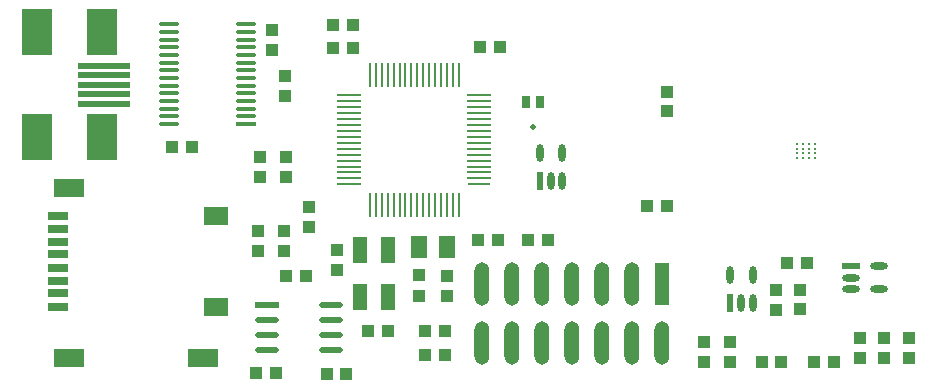
<source format=gtp>
%FSTAX23Y23*%
%MOIN*%
%SFA1B1*%

%IPPOS*%
%ADD11R,0.039370X0.043307*%
%ADD12O,0.023622X0.059055*%
%ADD13R,0.023622X0.059055*%
%ADD14R,0.043307X0.039370*%
%ADD15O,0.050000X0.144882*%
%ADD16R,0.050000X0.144882*%
%ADD17R,0.078740X0.021654*%
%ADD18O,0.078740X0.021654*%
%ADD19R,0.177165X0.019685*%
%ADD20R,0.098425X0.157480*%
%ADD21R,0.026772X0.039370*%
%ADD22C,0.020000*%
%ADD23O,0.059055X0.023622*%
%ADD24R,0.059055X0.023622*%
%ADD25C,0.007874*%
%ADD26R,0.008661X0.078740*%
%ADD27R,0.078740X0.008661*%
%ADD28O,0.078740X0.008661*%
%ADD29R,0.055118X0.074803*%
%ADD30R,0.047244X0.090551*%
%ADD31R,0.066929X0.011811*%
%ADD32O,0.066929X0.011811*%
%ADD33R,0.078740X0.059055*%
%ADD34R,0.098425X0.059055*%
%ADD35R,0.068898X0.031496*%
%LNmsp_mcu-1*%
%LPD*%
G54D11*
X02777Y02329D03*
Y02262D03*
X02693Y02181D03*
Y02248D03*
X02607Y0218D03*
Y02247D03*
X02654Y02919D03*
Y02852D03*
X02697Y02697D03*
Y02764D03*
X04414Y01987D03*
Y02053D03*
X04335Y01985D03*
Y02052D03*
X0418Y01879D03*
Y01812D03*
X04095Y01879D03*
Y01812D03*
X02614Y02495D03*
Y02429D03*
X03972Y02713D03*
Y02647D03*
X04777Y01892D03*
Y01825D03*
X04695Y01892D03*
Y01826D03*
X04614Y01892D03*
Y01825D03*
X0287Y02184D03*
Y02117D03*
X03237Y02099D03*
Y02032D03*
X03145Y021D03*
Y02033D03*
X027Y02495D03*
Y02429D03*
G54D12*
X04256Y02102D03*
X04181D03*
X04256Y02007D03*
X04219D03*
X0362Y02509D03*
X03546D03*
X0362Y02414D03*
X03583D03*
G54D13*
X04181Y02007D03*
X03546Y02414D03*
G54D14*
X03575Y02219D03*
X03509D03*
X0323Y01835D03*
X03164D03*
X02769Y02099D03*
X02702D03*
X03407Y02217D03*
X0334D03*
X0232Y02527D03*
X02387D03*
X04372Y02142D03*
X04439D03*
X03905Y0233D03*
X03972D03*
X0323Y01915D03*
X03163D03*
X0446Y0181D03*
X04526D03*
X04352Y0181D03*
X04286D03*
X03347Y02862D03*
X03413D03*
X0304Y01915D03*
X02974D03*
X02857Y02857D03*
X02924D03*
X02857Y02935D03*
X02924D03*
X02667Y01774D03*
X026D03*
X02902Y01772D03*
X02836D03*
G54D15*
X03355Y01875D03*
X03455D03*
X03355Y0207D03*
X03555D03*
X03455D03*
X03555Y01875D03*
X03655D03*
X03755D03*
X03855D03*
X03955D03*
X03655Y0207D03*
X03755D03*
X03855D03*
G54D16*
X03955Y0207D03*
G54D17*
X02639Y02D03*
G54D18*
X02639Y0195D03*
Y019D03*
Y0185D03*
X02852Y02D03*
Y0195D03*
Y019D03*
Y0185D03*
G54D19*
X02095Y02798D03*
Y02767D03*
Y02672D03*
Y02704D03*
Y02735D03*
G54D20*
X02086Y0291D03*
X01871D03*
X02086Y0256D03*
X01871D03*
G54D21*
X03549Y02679D03*
X035D03*
G54D22*
X03525Y02594D03*
G54D23*
X04677Y02055D03*
Y0213D03*
X04583Y02055D03*
Y02093D03*
G54D24*
X04583Y0213D03*
G54D25*
X04404Y02539D03*
Y02523D03*
Y02507D03*
Y02492D03*
X04424Y02539D03*
Y02523D03*
Y02507D03*
Y02492D03*
X04443Y02539D03*
Y02523D03*
Y02507D03*
Y02492D03*
X04463Y02539D03*
Y02523D03*
Y02507D03*
Y02492D03*
G54D26*
X03276Y02335D03*
X03257D03*
X03237D03*
X03217D03*
X03198D03*
X03178D03*
X03158D03*
X03139D03*
X03119D03*
X03099D03*
X0308D03*
X0306D03*
X0304D03*
X0302D03*
X03001D03*
X02981D03*
Y02769D03*
X03001D03*
X0302D03*
X0304D03*
X0306D03*
X0308D03*
X03099D03*
X03119D03*
X03139D03*
X03158D03*
X03178D03*
X03198D03*
X03217D03*
X03237D03*
X03257D03*
X03276D03*
G54D27*
X02912Y02404D03*
Y02424D03*
Y02444D03*
Y02463D03*
Y02483D03*
Y02503D03*
Y02522D03*
Y02542D03*
Y02562D03*
Y02582D03*
Y02601D03*
Y02621D03*
Y02641D03*
Y0266D03*
Y0268D03*
Y027D03*
X03345D03*
Y0268D03*
Y0266D03*
Y02641D03*
Y02621D03*
Y02601D03*
Y02582D03*
Y02562D03*
Y02542D03*
Y02522D03*
Y02503D03*
Y02483D03*
Y02463D03*
Y02444D03*
Y02424D03*
G54D28*
X03345Y02404D03*
G54D29*
X03143Y02195D03*
X03237D03*
G54D30*
X02946Y02185D03*
Y02027D03*
X0304Y02185D03*
Y02027D03*
G54D31*
X02569Y02605D03*
G54D32*
X02569Y0263D03*
Y02656D03*
Y02681D03*
Y02707D03*
Y02732D03*
Y02758D03*
Y02784D03*
Y02809D03*
Y02835D03*
Y0286D03*
Y02886D03*
Y02912D03*
Y02937D03*
X02311Y02605D03*
Y0263D03*
Y02656D03*
Y02681D03*
Y02707D03*
Y02732D03*
Y02758D03*
Y02784D03*
Y02809D03*
Y02835D03*
Y0286D03*
Y02886D03*
Y02912D03*
Y02937D03*
G54D33*
X02467Y02298D03*
Y01995D03*
G54D34*
X01977Y02392D03*
X02423Y01825D03*
X01977D03*
G54D35*
X01942Y01996D03*
Y0204D03*
Y02083D03*
Y02126D03*
Y0217D03*
Y02213D03*
Y02256D03*
Y02299D03*
M02*
</source>
